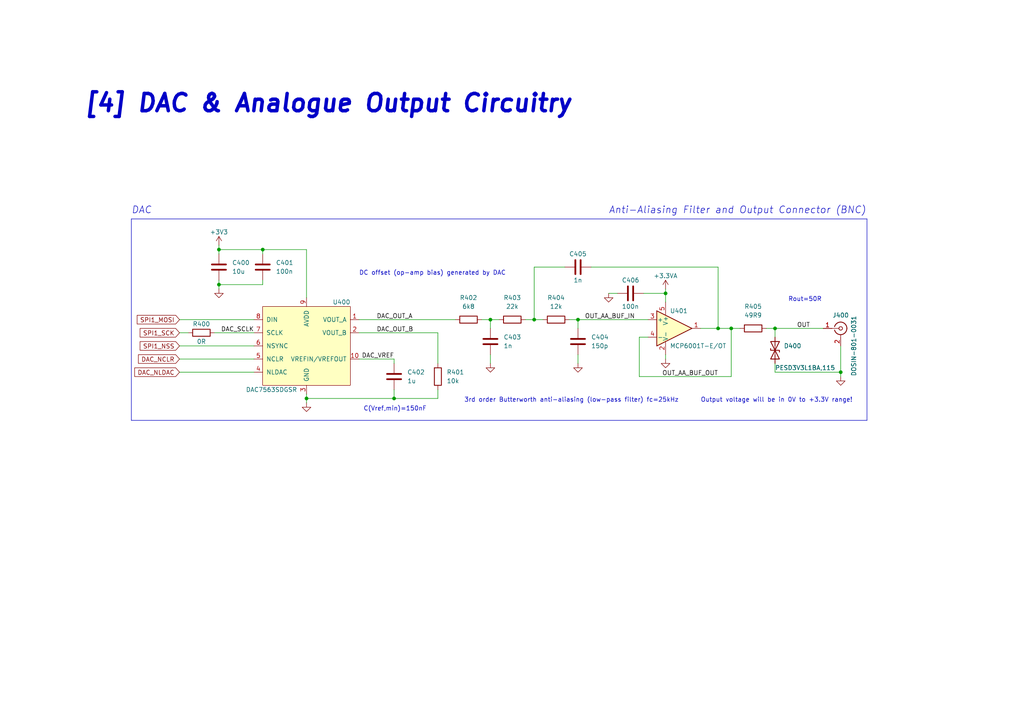
<source format=kicad_sch>
(kicad_sch (version 20230121) (generator eeschema)
  (paper "A4")
  (title_block (title "Mixed Signal PCB") (date "2024-04-14") (rev "1.0") (company "Ceyhun Pempeci"))
  (lib_symbols
    (symbol "Amplifier_Operational:MCP6001-OT" (pin_names (offset 0.127))
      (property "Reference" "U" (at -1.27 6.35 0))
      (property "Value" "MCP6001-OT" (at -1.27 3.81 0))
      (symbol "MCP6001-OT_0_1"
        (polyline (pts (xy -5.08 5.08) (xy 5.08 0) (xy -5.08 -5.08) (xy -5.08 5.08)) (stroke (width 0.254)) (fill (type background)))
        (pin power_in line (at -2.54 -7.62 90) (length 3.81) (name "V-") (number "2"))
        (pin power_in line (at -2.54 7.62 270) (length 3.81) (name "V+") (number "5"))
      )
      (symbol "MCP6001-OT_1_1"
        (pin output line (at 7.62 0 180) (length 2.54) (name "~") (number "1"))
        (pin input line (at -7.62 2.54 0) (length 2.54) (name "+") (number "3"))
        (pin input line (at -7.62 -2.54 0) (length 2.54) (name "-") (number "4"))
      )
    )
    (symbol "Connector:Conn_Coaxial" (pin_names (offset 1.016) hide)
      (property "Reference" "J" (at 0.254 3.048 0))
      (property "Value" "Conn_Coaxial" (at 2.921 0 90))
      (symbol "Conn_Coaxial_0_1"
        (arc (start -1.778 -0.508) (mid 0.222 -1.808) (end 1.778 0) (stroke (width 0.254)))
        (polyline (pts (xy -2.54 0) (xy -0.508 0)))
        (polyline (pts (xy 0 -2.54) (xy 0 -1.778)))
        (circle (center 0 0) (radius 0.508) (stroke (width 0.2032)))
        (arc (start 1.778 0) (mid 0.222 1.8083) (end -1.778 0.508) (stroke (width 0.254)))
      )
      (symbol "Conn_Coaxial_1_1"
        (pin passive line (at -5.08 0 0) (length 2.54) (name "In") (number "1"))
        (pin passive line (at 0 -5.08 90) (length 2.54) (name "Ext") (number "2"))
      )
    )
    (symbol "Device:C" (pin_numbers hide) (pin_names (offset 0.254))
      (property "Reference" "C" (at 0.635 2.54 0))
      (property "Value" "C" (at 0.635 -2.54 0))
      (symbol "C_0_1"
        (polyline (pts (xy -2.032 -0.762) (xy 2.032 -0.762)) (stroke (width 0.508)))
        (polyline (pts (xy -2.032 0.762) (xy 2.032 0.762)) (stroke (width 0.508)))
      )
      (symbol "C_1_1"
        (pin passive line (at 0 3.81 270) (length 2.794) (name "~") (number "1"))
        (pin passive line (at 0 -3.81 90) (length 2.794) (name "~") (number "2"))
      )
    )
    (symbol "Device:D_TVS" (pin_numbers hide) (pin_names (offset 1.016) hide)
      (property "Reference" "D" (at 0 2.54 0))
      (property "Value" "D_TVS" (at 0 -2.54 0))
      (symbol "D_TVS_0_1"
        (polyline (pts (xy 1.27 0) (xy -1.27 0)))
        (polyline (pts (xy 0.508 1.27) (xy 0 1.27) (xy 0 -1.27) (xy -0.508 -1.27)) (stroke (width 0.254)))
        (polyline (pts (xy -2.54 1.27) (xy -2.54 -1.27) (xy 2.54 1.27) (xy 2.54 -1.27) (xy -2.54 1.27)) (stroke (width 0.254)))
      )
      (symbol "D_TVS_1_1"
        (pin passive line (at -3.81 0 0) (length 2.54) (name "A1") (number "1"))
        (pin passive line (at 3.81 0 180) (length 2.54) (name "A2") (number "2"))
      )
    )
    (symbol "Device:R" (pin_numbers hide) (pin_names (offset 0))
      (property "Reference" "R" (at 2.032 0 90))
      (property "Value" "R" (at 0 0 90))
      (symbol "R_0_1"
        (rectangle (start -1.016 -2.54) (end 1.016 2.54) (stroke (width 0.254)))
      )
      (symbol "R_1_1"
        (pin passive line (at 0 3.81 270) (length 1.27) (name "~") (number "1"))
        (pin passive line (at 0 -3.81 90) (length 1.27) (name "~") (number "2"))
      )
    )
    (symbol "GND_1" (power) (pin_names (offset 0))
      (property "Value" "GND_1" (at 0 -3.81 0))
      (symbol "GND_1_0_1"
        (polyline (pts (xy 0 0) (xy 0 -1.27) (xy 1.27 -1.27) (xy 0 -2.54) (xy -1.27 -1.27) (xy 0 -1.27)))
      )
      (symbol "GND_1_1_1"
        (pin power_in line (at 0 0 270) (length 0) hide (name "GND") (number "1"))
      )
    )
    (symbol "GND_2" (power) (pin_names (offset 0))
      (property "Value" "GND_2" (at 0 -3.81 0))
      (symbol "GND_2_0_1"
        (polyline (pts (xy 0 0) (xy 0 -1.27) (xy 1.27 -1.27) (xy 0 -2.54) (xy -1.27 -1.27) (xy 0 -1.27)))
      )
      (symbol "GND_2_1_1"
        (pin power_in line (at 0 0 270) (length 0) hide (name "GND") (number "1"))
      )
    )
    (symbol "GND_3" (power) (pin_names (offset 0))
      (property "Value" "GND_3" (at 0 -3.81 0))
      (symbol "GND_3_0_1"
        (polyline (pts (xy 0 0) (xy 0 -1.27) (xy 1.27 -1.27) (xy 0 -2.54) (xy -1.27 -1.27) (xy 0 -1.27)))
      )
      (symbol "GND_3_1_1"
        (pin power_in line (at 0 0 270) (length 0) hide (name "GND") (number "1"))
      )
    )
    (symbol "GND_4" (power) (pin_names (offset 0))
      (property "Value" "GND_4" (at 0 -3.81 0))
      (symbol "GND_4_0_1"
        (polyline (pts (xy 0 0) (xy 0 -1.27) (xy 1.27 -1.27) (xy 0 -2.54) (xy -1.27 -1.27) (xy 0 -1.27)))
      )
      (symbol "GND_4_1_1"
        (pin power_in line (at 0 0 270) (length 0) hide (name "GND") (number "1"))
      )
    )
    (symbol "GND_5" (power) (pin_names (offset 0))
      (property "Value" "GND_5" (at 0 -3.81 0))
      (symbol "GND_5_0_1"
        (polyline (pts (xy 0 0) (xy 0 -1.27) (xy 1.27 -1.27) (xy 0 -2.54) (xy -1.27 -1.27) (xy 0 -1.27)))
      )
      (symbol "GND_5_1_1"
        (pin power_in line (at 0 0 270) (length 0) hide (name "GND") (number "1"))
      )
    )
    (symbol "GND_6" (power) (pin_names (offset 0))
      (property "Value" "GND_6" (at 0 -3.81 0))
      (symbol "GND_6_0_1"
        (polyline (pts (xy 0 0) (xy 0 -1.27) (xy 1.27 -1.27) (xy 0 -2.54) (xy -1.27 -1.27) (xy 0 -1.27)))
      )
      (symbol "GND_6_1_1"
        (pin power_in line (at 0 0 270) (length 0) hide (name "GND") (number "1"))
      )
    )
    (symbol "PhilsLab-KiCad-Symbols:DAC7563SDGSR" (pin_names (offset 1.016))
      (property "Reference" "U" (at 11.43 12.7 0))
      (property "Value" "PhilsLab-KiCad-Symbols_DAC7563SDGSR" (at 8.89 -12.7 0))
      (symbol "DAC7563SDGSR_0_0"
        (pin output line (at -15.24 7.62 0) (length 2.54) (name "VOUT_A") (number "1"))
        (pin bidirectional line (at -15.24 -3.81 0) (length 2.54) (name "VREFIN/VREFOUT") (number "10"))
        (pin output line (at -15.24 3.81 0) (length 2.54) (name "VOUT_B") (number "2"))
        (pin power_in line (at 0 -13.97 90) (length 2.54) (name "GND") (number "3"))
        (pin input line (at 15.24 -7.62 180) (length 2.54) (name "NLDAC") (number "4"))
        (pin input line (at 15.24 -3.81 180) (length 2.54) (name "NCLR") (number "5"))
        (pin input line (at 15.24 0 180) (length 2.54) (name "NSYNC") (number "6"))
        (pin input line (at 15.24 3.81 180) (length 2.54) (name "SCLK") (number "7"))
        (pin input line (at 15.24 7.62 180) (length 2.54) (name "DIN") (number "8"))
        (pin power_in line (at 0 13.97 270) (length 2.54) (name "AVDD") (number "9"))
      )
      (symbol "DAC7563SDGSR_0_1"
        (rectangle (start -12.7 11.43) (end 12.7 -11.43) (fill (type background)))
      )
    )
    (symbol "power:+3.3VA" (power) (pin_names (offset 0))
      (property "Value" "+3.3VA" (at 0 3.556 0))
      (symbol "+3.3VA_0_1"
        (polyline (pts (xy -0.762 1.27) (xy 0 2.54)))
        (polyline (pts (xy 0 0) (xy 0 2.54)))
        (polyline (pts (xy 0 2.54) (xy 0.762 1.27)))
      )
      (symbol "+3.3VA_1_1"
        (pin power_in line (at 0 0 90) (length 0) hide (name "+3.3VA") (number "1"))
      )
    )
    (symbol "power:+3V3" (power) (pin_names (offset 0))
      (property "Value" "+3V3" (at 0 3.556 0))
      (symbol "+3V3_0_1"
        (polyline (pts (xy -0.762 1.27) (xy 0 2.54)))
        (polyline (pts (xy 0 0) (xy 0 2.54)))
        (polyline (pts (xy 0 2.54) (xy 0.762 1.27)))
      )
      (symbol "+3V3_1_1"
        (pin power_in line (at 0 0 90) (length 0) hide (name "+3V3") (number "1"))
      )
    )
    (symbol "power:GND" (power) (pin_names (offset 0))
      (property "Value" "GND" (at 0 -3.81 0))
      (symbol "GND_0_1"
        (polyline (pts (xy 0 0) (xy 0 -1.27) (xy 1.27 -1.27) (xy 0 -2.54) (xy -1.27 -1.27) (xy 0 -1.27)))
      )
      (symbol "GND_1_1"
        (pin power_in line (at 0 0 270) (length 0) hide (name "GND") (number "1"))
      )
    )
  )
  (junction (at 193.04 85.09))
  (junction (at 88.9 115.57))
  (junction (at 63.5 82.55))
  (junction (at 224.79 95.25))
  (junction (at 208.28 95.25))
  (junction (at 167.64 92.71))
  (junction (at 212.09 95.25))
  (junction (at 63.5 72.39))
  (junction (at 76.2 72.39))
  (junction (at 154.94 92.71))
  (junction (at 114.3 115.57))
  (junction (at 142.24 92.71))
  (junction (at 243.84 107.95))
  (wire (pts (xy 144.78 92.71) (xy 142.24 92.71)))
  (wire (pts (xy 187.96 97.79) (xy 185.42 97.79)))
  (wire (pts (xy 88.9 72.39) (xy 88.9 86.36)))
  (wire (pts (xy 142.24 95.25) (xy 142.24 92.71)))
  (wire (pts (xy 88.9 116.84) (xy 88.9 115.57)))
  (wire (pts (xy 114.3 115.57) (xy 114.3 113.03)))
  (wire (pts (xy 176.53 85.09) (xy 179.07 85.09)))
  (wire (pts (xy 185.42 97.79) (xy 185.42 109.22)))
  (wire (pts (xy 167.64 95.25) (xy 167.64 92.71)))
  (polyline (pts (xy 38.1 63.5) (xy 38.1 121.92)))
  (wire (pts (xy 185.42 109.22) (xy 212.09 109.22)))
  (wire (pts (xy 187.96 92.71) (xy 167.64 92.71)))
  (wire (pts (xy 76.2 72.39) (xy 88.9 72.39)))
  (wire (pts (xy 88.9 115.57) (xy 88.9 114.3)))
  (wire (pts (xy 222.25 95.25) (xy 224.79 95.25)))
  (wire (pts (xy 167.64 102.87) (xy 167.64 105.41)))
  (wire (pts (xy 52.07 92.71) (xy 73.66 92.71)))
  (wire (pts (xy 193.04 85.09) (xy 193.04 83.82)))
  (wire (pts (xy 224.79 107.95) (xy 224.79 105.41)))
  (wire (pts (xy 63.5 82.55) (xy 63.5 81.28)))
  (wire (pts (xy 186.69 85.09) (xy 193.04 85.09)))
  (wire (pts (xy 142.24 102.87) (xy 142.24 105.41)))
  (wire (pts (xy 63.5 83.82) (xy 63.5 82.55)))
  (wire (pts (xy 132.08 92.71) (xy 104.14 92.71)))
  (wire (pts (xy 52.07 104.14) (xy 73.66 104.14)))
  (wire (pts (xy 73.66 96.52) (xy 62.23 96.52)))
  (wire (pts (xy 114.3 115.57) (xy 127 115.57)))
  (wire (pts (xy 63.5 72.39) (xy 63.5 73.66)))
  (wire (pts (xy 88.9 115.57) (xy 114.3 115.57)))
  (wire (pts (xy 52.07 100.33) (xy 73.66 100.33)))
  (wire (pts (xy 52.07 107.95) (xy 73.66 107.95)))
  (wire (pts (xy 167.64 92.71) (xy 165.1 92.71)))
  (wire (pts (xy 208.28 95.25) (xy 203.2 95.25)))
  (wire (pts (xy 224.79 107.95) (xy 243.84 107.95)))
  (polyline (pts (xy 38.1 121.92) (xy 251.46 121.92)))
  (wire (pts (xy 212.09 95.25) (xy 208.28 95.25)))
  (wire (pts (xy 54.61 96.52) (xy 52.07 96.52)))
  (wire (pts (xy 154.94 77.47) (xy 163.83 77.47)))
  (wire (pts (xy 114.3 104.14) (xy 104.14 104.14)))
  (wire (pts (xy 154.94 92.71) (xy 154.94 77.47)))
  (wire (pts (xy 127 105.41) (xy 127 96.52)))
  (wire (pts (xy 214.63 95.25) (xy 212.09 95.25)))
  (wire (pts (xy 208.28 77.47) (xy 208.28 95.25)))
  (wire (pts (xy 127 96.52) (xy 104.14 96.52)))
  (wire (pts (xy 212.09 109.22) (xy 212.09 95.25)))
  (wire (pts (xy 171.45 77.47) (xy 208.28 77.47)))
  (polyline (pts (xy 251.46 121.92) (xy 251.46 63.5)))
  (wire (pts (xy 114.3 105.41) (xy 114.3 104.14)))
  (wire (pts (xy 127 115.57) (xy 127 113.03)))
  (wire (pts (xy 63.5 82.55) (xy 76.2 82.55)))
  (wire (pts (xy 157.48 92.71) (xy 154.94 92.71)))
  (wire (pts (xy 193.04 85.09) (xy 193.04 87.63)))
  (polyline (pts (xy 251.46 63.5) (xy 38.1 63.5)))
  (wire (pts (xy 193.04 104.14) (xy 193.04 102.87)))
  (wire (pts (xy 63.5 71.12) (xy 63.5 72.39)))
  (wire (pts (xy 63.5 72.39) (xy 76.2 72.39)))
  (wire (pts (xy 243.84 107.95) (xy 243.84 109.22)))
  (wire (pts (xy 224.79 95.25) (xy 238.76 95.25)))
  (wire (pts (xy 142.24 92.71) (xy 139.7 92.71)))
  (wire (pts (xy 224.79 97.79) (xy 224.79 95.25)))
  (wire (pts (xy 243.84 100.33) (xy 243.84 107.95)))
  (wire (pts (xy 154.94 92.71) (xy 152.4 92.71)))
  (wire (pts (xy 76.2 72.39) (xy 76.2 73.66)))
  (wire (pts (xy 76.2 82.55) (xy 76.2 81.28)))
  (text "[4] DAC & Analogue Output Circuitry" (at 24.13 33.02 0) (effects (font (size 5.0038 5.0038) (thickness 1.0008) bold italic) (justify left bottom)))
  (text "Anti-Aliasing Filter and Output Connector (BNC)" (at 176.53 62.23 0) (effects (font (size 2.0066 2.0066) italic) (justify left bottom)))
  (text "Rout=50R" (at 228.6 87.63 0) (effects (font (size 1.27 1.27)) (justify left bottom)))
  (text "Output voltage will be in 0V to +3.3V range!" (at 203.2 116.84 0) (effects (font (size 1.27 1.27)) (justify left bottom)))
  (text "DAC" (at 38.1 62.23 0) (effects (font (size 2.0066 2.0066) italic) (justify left bottom)))
  (text "C(Vref,min)=150nF" (at 105.41 119.38 0) (effects (font (size 1.27 1.27)) (justify left bottom)))
  (text "3rd order Butterworth anti-aliasing (low-pass filter) fc=25kHz" (at 134.62 116.84 0) (effects (font (size 1.27 1.27)) (justify left bottom)))
  (text "DC offset (op-amp bias) generated by DAC" (at 104.14 80.01 0) (effects (font (size 1.27 1.27)) (justify left bottom)))
  (label "DAC_OUT_A" (at 109.22 92.71 0))
  (label "DAC_OUT_B" (at 109.22 96.52 0))
  (label "OUT" (at 231.14 95.25 0))
  (label "DAC_VREF" (at 114.3 104.14 180))
  (label "OUT_AA_BUF_OUT" (at 208.28 109.22 180))
  (label "DAC_SCLK" (at 73.66 96.52 180))
  (label "OUT_AA_BUF_IN" (at 184.15 92.71 180))
  (global_label "DAC_NLDAC" (shape input) (at 52.07 107.95 180) (property "Intersheetrefs" "${INTERSHEET_REFS}" (effects hide)))
  (global_label "SPI1_SCK" (shape input) (at 52.07 96.52 180) (property "Intersheetrefs" "${INTERSHEET_REFS}" (effects hide)))
  (global_label "SPI1_MOSI" (shape input) (at 52.07 92.71 180) (property "Intersheetrefs" "${INTERSHEET_REFS}" (effects hide)))
  (global_label "DAC_NCLR" (shape input) (at 52.07 104.14 180) (property "Intersheetrefs" "${INTERSHEET_REFS}" (effects hide)))
  (global_label "SPI1_NSS" (shape input) (at 52.07 100.33 180) (property "Intersheetrefs" "${INTERSHEET_REFS}" (effects hide)))
  (symbol (lib_id "Device:R") (at 58.42 96.52 90) (mirror x) (unit 1)
    (property "Reference" "R400" (at 58.42 93.98 90))
    (property "Value" "0R" (at 58.42 99.06 90))
    (property "Footprint" "Resistor_SMD:R_0402_1005Metric" (effects hide))
    (property "LCSC" "C17168" (effects hide))
  )
  (symbol (lib_id "power:+3V3") (at 63.5 71.12 0) (mirror y) (unit 1)
    (property "Reference" "#PWR060" (effects hide))
    (property "Value" "+3V3" (at 63.5 67.31 0))
  )
  (symbol (lib_id "power:GND") (at 88.9 116.84 0) (mirror y) (unit 1)
    (property "Reference" "#PWR068" (effects hide))
    (property "Value" "GND" (effects hide))
  )
  (symbol (lib_id "Device:C") (at 114.3 109.22 0) (unit 1)
    (property "Reference" "C402" (at 118.11 107.95 0) (effects (justify left)))
    (property "Value" "1u" (at 118.11 110.49 0) (effects (justify left)))
    (property "Footprint" "Capacitor_SMD:C_0603_1608Metric" (effects hide))
    (property "LCSC" "C15849" (effects hide))
  )
  (symbol (lib_id "Device:C") (at 63.5 77.47 0) (unit 1)
    (property "Reference" "C400" (at 67.31 76.2 0) (effects (justify left)))
    (property "Value" "10u" (at 67.31 78.74 0) (effects (justify left)))
    (property "Footprint" "Capacitor_SMD:C_0603_1608Metric" (effects hide))
    (property "LCSC" "C19702" (effects hide))
  )
  (symbol (lib_id "PhilsLab-KiCad-Symbols:DAC7563SDGSR") (at 88.9 100.33 0) (mirror y) (unit 1)
    (property "Reference" "U400" (at 99.06 87.63 0))
    (property "Value" "DAC7563SDGSR" (at 78.74 113.03 0))
    (property "Footprint" "ceyhun:VSSOP-10" (effects hide))
    (property "LCSC" "C601656" (effects hide))
  )
  (symbol (lib_id "Device:C") (at 76.2 77.47 0) (unit 1)
    (property "Reference" "C401" (at 80.01 76.2 0) (effects (justify left)))
    (property "Value" "100n" (at 80.01 78.74 0) (effects (justify left)))
    (property "Footprint" "Capacitor_SMD:C_0402_1005Metric" (effects hide))
    (property "LCSC" "C1525" (effects hide))
  )
  (symbol (lib_name "GND_6") (lib_id "power:GND") (at 63.5 83.82 0) (mirror y) (unit 1)
    (property "Reference" "#PWR061" (effects hide))
    (property "Value" "GND" (effects hide))
  )
  (symbol (lib_id "Device:R") (at 127 109.22 0) (unit 1)
    (property "Reference" "R401" (at 129.54 107.95 0) (effects (justify left)))
    (property "Value" "10k" (at 129.54 110.49 0) (effects (justify left)))
    (property "Footprint" "Resistor_SMD:R_0402_1005Metric" (effects hide))
    (property "LCSC" "C25744" (effects hide))
  )
  (symbol (lib_id "Amplifier_Operational:MCP6001-OT") (at 195.58 95.25 0) (unit 1)
    (property "Reference" "U401" (at 194.31 90.17 0) (effects (justify left)))
    (property "Value" "MCP6001T-E/OT" (at 194.31 100.33 0) (effects (justify left)))
    (property "Footprint" "Package_TO_SOT_SMD:SOT-23-5" (effects hide))
    (property "Datasheet" "http://ww1.microchip.com/downloads/en/DeviceDoc/21733j.pdf" (effects hide))
    (property "LCSC" "C29429" (effects hide))
  )
  (symbol (lib_id "Device:C") (at 182.88 85.09 270) (unit 1)
    (property "Reference" "C406" (at 180.34 81.28 90) (effects (justify left)))
    (property "Value" "100n" (at 180.34 88.9 90) (effects (justify left)))
    (property "Footprint" "Capacitor_SMD:C_0402_1005Metric" (effects hide))
    (property "LCSC" "C1525" (effects hide))
  )
  (symbol (lib_name "GND_5") (lib_id "power:GND") (at 193.04 104.14 0) (unit 1)
    (property "Reference" "#PWR064" (effects hide))
    (property "Value" "GND" (effects hide))
  )
  (symbol (lib_name "GND_4") (lib_id "power:GND") (at 176.53 85.09 0) (unit 1)
    (property "Reference" "#PWR063" (effects hide))
    (property "Value" "GND" (effects hide))
  )
  (symbol (lib_id "Device:R") (at 135.89 92.71 270) (unit 1)
    (property "Reference" "R402" (at 135.89 86.36 90))
    (property "Value" "6k8" (at 135.89 88.9 90))
    (property "Footprint" "Resistor_SMD:R_0402_1005Metric" (effects hide))
    (property "LCSC" "C25917" (effects hide))
  )
  (symbol (lib_id "Device:C") (at 142.24 99.06 0) (unit 1)
    (property "Reference" "C403" (at 146.05 97.79 0) (effects (justify left)))
    (property "Value" "1n" (at 146.05 100.33 0) (effects (justify left)))
    (property "Footprint" "Capacitor_SMD:C_0402_1005Metric" (effects hide))
    (property "LCSC" "C1523" (effects hide))
  )
  (symbol (lib_id "Device:R") (at 148.59 92.71 270) (unit 1)
    (property "Reference" "R403" (at 148.59 86.36 90))
    (property "Value" "22k" (at 148.59 88.9 90))
    (property "Footprint" "Resistor_SMD:R_0402_1005Metric" (effects hide))
    (property "LCSC" "C25768" (effects hide))
  )
  (symbol (lib_name "GND_3") (lib_id "power:GND") (at 142.24 105.41 0) (unit 1)
    (property "Reference" "#PWR065" (effects hide))
    (property "Value" "GND" (effects hide))
  )
  (symbol (lib_id "Device:R") (at 161.29 92.71 270) (unit 1)
    (property "Reference" "R404" (at 161.29 86.36 90))
    (property "Value" "12k" (at 161.29 88.9 90))
    (property "Footprint" "Resistor_SMD:R_0402_1005Metric" (effects hide))
    (property "LCSC" "C25752" (effects hide))
  )
  (symbol (lib_id "Device:C") (at 167.64 99.06 0) (unit 1)
    (property "Reference" "C404" (at 171.45 97.79 0) (effects (justify left)))
    (property "Value" "150p" (at 171.45 100.33 0) (effects (justify left)))
    (property "Footprint" "Capacitor_SMD:C_0402_1005Metric" (effects hide))
    (property "LCSC" "C106998" (effects hide))
  )
  (symbol (lib_id "Device:R") (at 218.44 95.25 270) (unit 1)
    (property "Reference" "R405" (at 218.44 88.9 90))
    (property "Value" "49R9" (at 218.44 91.44 90))
    (property "Footprint" "Resistor_SMD:R_0402_1005Metric" (effects hide))
    (property "LCSC" "C25120" (effects hide))
  )
  (symbol (lib_name "GND_2") (lib_id "power:GND") (at 167.64 105.41 0) (unit 1)
    (property "Reference" "#PWR066" (effects hide))
    (property "Value" "GND" (effects hide))
  )
  (symbol (lib_id "power:+3.3VA") (at 193.04 83.82 0) (unit 1)
    (property "Reference" "#PWR062" (effects hide))
    (property "Value" "+3.3VA" (at 193.04 80.01 0))
  )
  (symbol (lib_id "Device:D_TVS") (at 224.79 101.6 270) (unit 1)
    (property "Reference" "D400" (at 227.33 100.33 90) (effects (justify left)))
    (property "Value" "PESD3V3L1BA,115" (at 224.79 106.68 90) (effects (justify left)))
    (property "Footprint" "Diode_SMD:D_SOD-323" (effects hide))
    (property "LCSC" "C51450" (effects hide))
  )
  (symbol (lib_id "Connector:Conn_Coaxial") (at 243.84 95.25 0) (unit 1)
    (property "Reference" "J400" (at 243.84 91.44 0))
    (property "Value" "DOSIN-801-0031" (at 247.65 100.33 90))
    (property "Footprint" "ceyhun:AMPHENOL-BNC-031-5640-1010" (effects hide))
    (property "Datasheet" " ~" (effects hide))
    (property "LCSC" "C521205" (effects hide))
  )
  (symbol (lib_name "GND_1") (lib_id "power:GND") (at 243.84 109.22 0) (unit 1)
    (property "Reference" "#PWR067" (effects hide))
    (property "Value" "GND" (effects hide))
  )
  (symbol (lib_id "Device:C") (at 167.64 77.47 90) (unit 1)
    (property "Reference" "C405" (at 170.18 73.66 90) (effects (justify left)))
    (property "Value" "1n" (at 168.91 81.28 90) (effects (justify left)))
    (property "Footprint" "Capacitor_SMD:C_0402_1005Metric" (effects hide))
    (property "LCSC" "C1523" (effects hide))
  )
)
</source>
